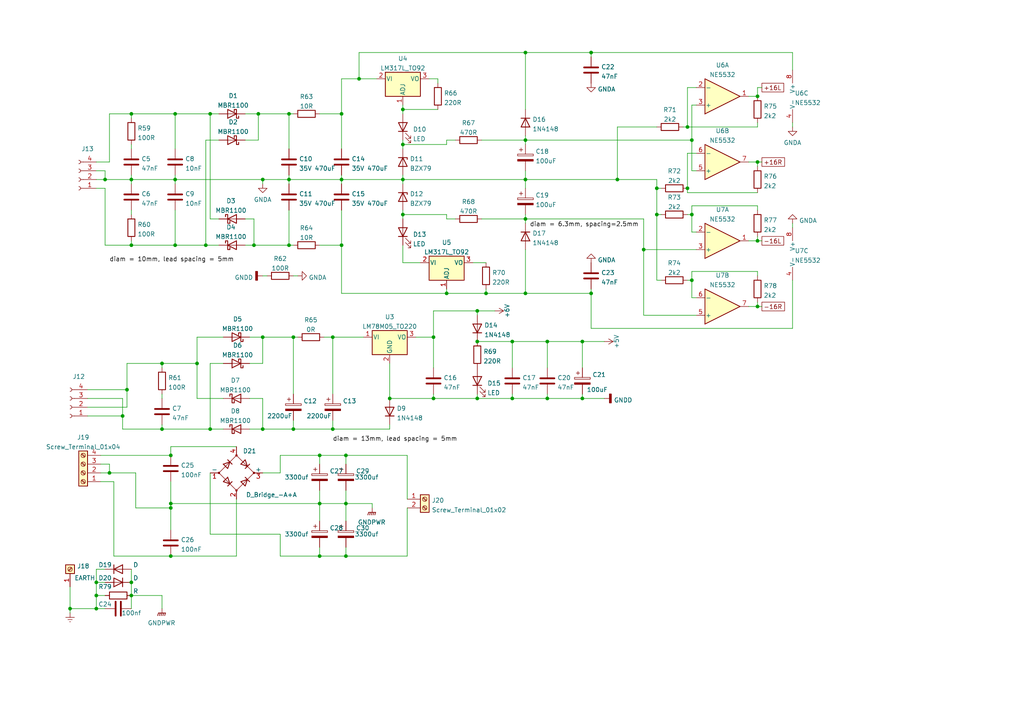
<source format=kicad_sch>
(kicad_sch (version 20211123) (generator eeschema)
  (paper "A4")
  (junction (at 85.09 97.79))
  (junction (at 190.5 54.61))
  (junction (at 27.94 172.72))
  (junction (at 100.33 132.08))
  (junction (at 76.2 97.79))
  (junction (at 38.1 172.72))
  (junction (at 125.73 115.57))
  (junction (at 83.82 71.12))
  (junction (at 50.8 33.02))
  (junction (at 35.56 120.65))
  (junction (at 168.91 115.57))
  (junction (at 38.1 71.12))
  (junction (at 60.96 33.02))
  (junction (at 200.66 40.64))
  (junction (at 138.43 90.17))
  (junction (at 20.32 176.53))
  (junction (at 125.73 97.79))
  (junction (at 152.4 40.64))
  (junction (at 219.71 88.9))
  (junction (at 148.59 115.57))
  (junction (at 99.06 33.02))
  (junction (at 92.71 161.29))
  (junction (at 158.75 115.57))
  (junction (at 100.33 161.29))
  (junction (at 116.84 62.23))
  (junction (at 60.96 124.46))
  (junction (at 152.4 63.5))
  (junction (at 76.2 52.07))
  (junction (at 59.69 71.12))
  (junction (at 27.94 168.91))
  (junction (at 140.97 85.09))
  (junction (at 85.09 124.46))
  (junction (at 200.66 81.28))
  (junction (at 49.53 132.08))
  (junction (at 27.94 176.53))
  (junction (at 171.45 85.09))
  (junction (at 76.2 124.46))
  (junction (at 46.99 105.41))
  (junction (at 129.54 85.09))
  (junction (at 49.53 147.32))
  (junction (at 179.07 52.07))
  (junction (at 49.53 161.29))
  (junction (at 199.39 36.83))
  (junction (at 92.71 132.08))
  (junction (at 96.52 97.79))
  (junction (at 138.43 99.06))
  (junction (at 74.93 33.02))
  (junction (at 31.75 137.16))
  (junction (at 50.8 71.12))
  (junction (at 152.4 15.24))
  (junction (at 200.66 62.23))
  (junction (at 116.84 52.07))
  (junction (at 138.43 115.57))
  (junction (at 73.66 71.12))
  (junction (at 113.03 115.57))
  (junction (at 100.33 146.05))
  (junction (at 38.1 52.07))
  (junction (at 57.15 105.41))
  (junction (at 36.83 113.03))
  (junction (at 171.45 15.24))
  (junction (at 168.91 99.06))
  (junction (at 83.82 33.02))
  (junction (at 199.39 54.61))
  (junction (at 219.71 69.85))
  (junction (at 46.99 124.46))
  (junction (at 83.82 52.07))
  (junction (at 99.06 71.12))
  (junction (at 104.14 22.86))
  (junction (at 152.4 85.09))
  (junction (at 152.4 52.07))
  (junction (at 219.71 27.94))
  (junction (at 99.06 52.07))
  (junction (at 38.1 33.02))
  (junction (at 190.5 62.23))
  (junction (at 38.1 168.91))
  (junction (at 96.52 124.46))
  (junction (at 116.84 31.75))
  (junction (at 30.48 52.07))
  (junction (at 92.71 146.05))
  (junction (at 186.69 72.39))
  (junction (at 50.8 52.07))
  (junction (at 158.75 99.06))
  (junction (at 49.53 146.05))
  (junction (at 148.59 99.06))
  (junction (at 116.84 41.91))
  (junction (at 219.71 46.99))
  (wire (pts (xy 36.83 118.11) (xy 36.83 113.03)))
  (wire (pts (xy 200.66 86.36) (xy 200.66 81.28)))
  (wire (pts (xy 129.54 85.09) (xy 129.54 83.82)))
  (wire (pts (xy 138.43 99.06) (xy 148.59 99.06)))
  (wire (pts (xy 81.28 154.94) (xy 81.28 161.29)))
  (wire (pts (xy 199.39 25.4) (xy 201.93 25.4)))
  (wire (pts (xy 46.99 124.46) (xy 60.96 124.46)))
  (wire (pts (xy 83.82 33.02) (xy 74.93 33.02)))
  (wire (pts (xy 200.66 49.53) (xy 201.93 49.53)))
  (wire (pts (xy 179.07 36.83) (xy 179.07 52.07)))
  (wire (pts (xy 25.4 115.57) (xy 35.56 115.57)))
  (wire (pts (xy 113.03 105.41) (xy 113.03 115.57)))
  (wire (pts (xy 186.69 72.39) (xy 186.69 63.5)))
  (wire (pts (xy 72.39 105.41) (xy 76.2 105.41)))
  (wire (pts (xy 100.33 158.75) (xy 100.33 161.29)))
  (wire (pts (xy 171.45 15.24) (xy 152.4 15.24)))
  (wire (pts (xy 219.71 80.01) (xy 219.71 78.74)))
  (wire (pts (xy 46.99 176.53) (xy 46.99 172.72)))
  (wire (pts (xy 138.43 90.17) (xy 143.51 90.17)))
  (wire (pts (xy 31.75 33.02) (xy 38.1 33.02)))
  (wire (pts (xy 60.96 63.5) (xy 60.96 33.02)))
  (wire (pts (xy 49.53 129.54) (xy 49.53 132.08)))
  (wire (pts (xy 190.5 62.23) (xy 190.5 54.61)))
  (wire (pts (xy 85.09 97.79) (xy 86.36 97.79)))
  (wire (pts (xy 148.59 114.3) (xy 148.59 115.57)))
  (wire (pts (xy 30.48 172.72) (xy 27.94 172.72)))
  (wire (pts (xy 92.71 161.29) (xy 81.28 161.29)))
  (wire (pts (xy 20.32 176.53) (xy 20.32 177.8)))
  (wire (pts (xy 138.43 114.3) (xy 138.43 115.57)))
  (wire (pts (xy 57.15 105.41) (xy 57.15 115.57)))
  (wire (pts (xy 129.54 40.64) (xy 129.54 41.91)))
  (wire (pts (xy 64.77 97.79) (xy 57.15 97.79)))
  (wire (pts (xy 217.17 88.9) (xy 219.71 88.9)))
  (wire (pts (xy 39.37 137.16) (xy 31.75 137.16)))
  (wire (pts (xy 92.71 158.75) (xy 92.71 161.29)))
  (wire (pts (xy 35.56 120.65) (xy 25.4 120.65)))
  (wire (pts (xy 201.93 91.44) (xy 186.69 91.44)))
  (wire (pts (xy 38.1 52.07) (xy 38.1 53.34)))
  (wire (pts (xy 76.2 115.57) (xy 76.2 124.46)))
  (wire (pts (xy 219.71 68.58) (xy 219.71 69.85)))
  (wire (pts (xy 116.84 52.07) (xy 152.4 52.07)))
  (wire (pts (xy 96.52 114.3) (xy 96.52 97.79)))
  (wire (pts (xy 229.87 15.24) (xy 171.45 15.24)))
  (wire (pts (xy 46.99 105.41) (xy 46.99 106.68)))
  (wire (pts (xy 99.06 22.86) (xy 99.06 33.02)))
  (wire (pts (xy 83.82 71.12) (xy 85.09 71.12)))
  (wire (pts (xy 199.39 44.45) (xy 199.39 54.61)))
  (wire (pts (xy 38.1 52.07) (xy 38.1 50.8)))
  (wire (pts (xy 152.4 85.09) (xy 152.4 72.39)))
  (wire (pts (xy 148.59 99.06) (xy 148.59 106.68)))
  (wire (pts (xy 25.4 113.03) (xy 36.83 113.03)))
  (wire (pts (xy 125.73 90.17) (xy 125.73 97.79)))
  (wire (pts (xy 39.37 147.32) (xy 39.37 137.16)))
  (wire (pts (xy 190.5 62.23) (xy 191.77 62.23)))
  (wire (pts (xy 118.11 144.78) (xy 118.11 132.08)))
  (wire (pts (xy 220.98 25.4) (xy 219.71 25.4)))
  (wire (pts (xy 63.5 63.5) (xy 60.96 63.5)))
  (wire (pts (xy 186.69 72.39) (xy 201.93 72.39)))
  (wire (pts (xy 200.66 78.74) (xy 200.66 81.28)))
  (wire (pts (xy 200.66 30.48) (xy 200.66 40.64)))
  (wire (pts (xy 129.54 85.09) (xy 99.06 85.09)))
  (wire (pts (xy 190.5 54.61) (xy 190.5 52.07)))
  (wire (pts (xy 158.75 115.57) (xy 168.91 115.57)))
  (wire (pts (xy 140.97 85.09) (xy 129.54 85.09)))
  (wire (pts (xy 38.1 60.96) (xy 38.1 62.23)))
  (wire (pts (xy 35.56 115.57) (xy 35.56 120.65)))
  (wire (pts (xy 83.82 71.12) (xy 73.66 71.12)))
  (wire (pts (xy 49.53 146.05) (xy 49.53 147.32)))
  (wire (pts (xy 92.71 146.05) (xy 92.71 151.13)))
  (wire (pts (xy 35.56 124.46) (xy 46.99 124.46)))
  (wire (pts (xy 229.87 35.56) (xy 229.87 36.83)))
  (wire (pts (xy 83.82 33.02) (xy 85.09 33.02)))
  (wire (pts (xy 74.93 40.64) (xy 74.93 33.02)))
  (wire (pts (xy 199.39 36.83) (xy 199.39 25.4)))
  (wire (pts (xy 30.48 176.53) (xy 27.94 176.53)))
  (wire (pts (xy 71.12 40.64) (xy 74.93 40.64)))
  (wire (pts (xy 76.2 80.01) (xy 77.47 80.01)))
  (wire (pts (xy 76.2 97.79) (xy 85.09 97.79)))
  (wire (pts (xy 68.58 129.54) (xy 49.53 129.54)))
  (wire (pts (xy 229.87 64.77) (xy 229.87 66.04)))
  (wire (pts (xy 100.33 161.29) (xy 92.71 161.29)))
  (wire (pts (xy 171.45 83.82) (xy 171.45 85.09)))
  (wire (pts (xy 116.84 60.96) (xy 116.84 62.23)))
  (wire (pts (xy 116.84 76.2) (xy 116.84 71.12)))
  (wire (pts (xy 71.12 71.12) (xy 73.66 71.12)))
  (wire (pts (xy 99.06 33.02) (xy 92.71 33.02)))
  (wire (pts (xy 125.73 106.68) (xy 125.73 97.79)))
  (wire (pts (xy 50.8 50.8) (xy 50.8 52.07)))
  (wire (pts (xy 190.5 36.83) (xy 179.07 36.83)))
  (wire (pts (xy 127 22.86) (xy 124.46 22.86)))
  (wire (pts (xy 139.7 40.64) (xy 152.4 40.64)))
  (wire (pts (xy 36.83 113.03) (xy 36.83 105.41)))
  (wire (pts (xy 171.45 85.09) (xy 152.4 85.09)))
  (wire (pts (xy 29.21 132.08) (xy 49.53 132.08)))
  (wire (pts (xy 125.73 115.57) (xy 138.43 115.57)))
  (wire (pts (xy 219.71 88.9) (xy 219.71 87.63)))
  (wire (pts (xy 219.71 88.9) (xy 220.98 88.9)))
  (wire (pts (xy 219.71 48.26) (xy 219.71 46.99)))
  (wire (pts (xy 49.53 146.05) (xy 92.71 146.05)))
  (wire (pts (xy 219.71 46.99) (xy 220.98 46.99)))
  (wire (pts (xy 99.06 43.18) (xy 99.06 33.02)))
  (wire (pts (xy 49.53 161.29) (xy 68.58 161.29)))
  (wire (pts (xy 100.33 146.05) (xy 107.95 146.05)))
  (wire (pts (xy 104.14 15.24) (xy 104.14 22.86)))
  (wire (pts (xy 31.75 46.99) (xy 31.75 33.02)))
  (wire (pts (xy 72.39 115.57) (xy 76.2 115.57)))
  (wire (pts (xy 219.71 69.85) (xy 217.17 69.85)))
  (wire (pts (xy 30.48 165.1) (xy 27.94 165.1)))
  (wire (pts (xy 121.92 76.2) (xy 116.84 76.2)))
  (wire (pts (xy 76.2 52.07) (xy 76.2 53.34)))
  (wire (pts (xy 85.09 124.46) (xy 96.52 124.46)))
  (wire (pts (xy 27.94 52.07) (xy 30.48 52.07)))
  (wire (pts (xy 29.21 137.16) (xy 31.75 137.16)))
  (wire (pts (xy 116.84 31.75) (xy 116.84 33.02)))
  (wire (pts (xy 171.45 95.25) (xy 171.45 85.09)))
  (wire (pts (xy 219.71 59.69) (xy 219.71 60.96)))
  (wire (pts (xy 201.93 86.36) (xy 200.66 86.36)))
  (wire (pts (xy 118.11 147.32) (xy 118.11 161.29)))
  (wire (pts (xy 27.94 49.53) (xy 30.48 49.53)))
  (wire (pts (xy 50.8 33.02) (xy 60.96 33.02)))
  (wire (pts (xy 25.4 118.11) (xy 36.83 118.11)))
  (wire (pts (xy 50.8 71.12) (xy 38.1 71.12)))
  (wire (pts (xy 116.84 30.48) (xy 116.84 31.75)))
  (wire (pts (xy 217.17 27.94) (xy 219.71 27.94)))
  (wire (pts (xy 116.84 31.75) (xy 127 31.75)))
  (wire (pts (xy 35.56 120.65) (xy 35.56 124.46)))
  (wire (pts (xy 33.02 161.29) (xy 49.53 161.29)))
  (wire (pts (xy 96.52 124.46) (xy 113.03 124.46)))
  (wire (pts (xy 168.91 99.06) (xy 175.26 99.06)))
  (wire (pts (xy 20.32 170.18) (xy 20.32 176.53)))
  (wire (pts (xy 190.5 52.07) (xy 179.07 52.07)))
  (wire (pts (xy 81.28 137.16) (xy 81.28 132.08)))
  (wire (pts (xy 168.91 115.57) (xy 168.91 114.3)))
  (wire (pts (xy 49.53 147.32) (xy 49.53 153.67)))
  (wire (pts (xy 36.83 105.41) (xy 46.99 105.41)))
  (wire (pts (xy 96.52 97.79) (xy 105.41 97.79)))
  (wire (pts (xy 152.4 15.24) (xy 104.14 15.24)))
  (wire (pts (xy 60.96 154.94) (xy 81.28 154.94)))
  (wire (pts (xy 63.5 40.64) (xy 59.69 40.64)))
  (wire (pts (xy 168.91 99.06) (xy 168.91 106.68)))
  (wire (pts (xy 99.06 85.09) (xy 99.06 71.12)))
  (wire (pts (xy 148.59 99.06) (xy 158.75 99.06)))
  (wire (pts (xy 118.11 132.08) (xy 100.33 132.08)))
  (wire (pts (xy 83.82 60.96) (xy 83.82 71.12)))
  (wire (pts (xy 46.99 105.41) (xy 57.15 105.41)))
  (wire (pts (xy 201.93 67.31) (xy 200.66 67.31)))
  (wire (pts (xy 60.96 33.02) (xy 63.5 33.02)))
  (wire (pts (xy 68.58 144.78) (xy 68.58 161.29)))
  (wire (pts (xy 229.87 20.32) (xy 229.87 15.24)))
  (wire (pts (xy 168.91 115.57) (xy 175.26 115.57)))
  (wire (pts (xy 152.4 39.37) (xy 152.4 40.64)))
  (wire (pts (xy 92.71 134.62) (xy 92.71 132.08)))
  (wire (pts (xy 50.8 71.12) (xy 59.69 71.12)))
  (wire (pts (xy 152.4 62.23) (xy 152.4 63.5)))
  (wire (pts (xy 186.69 91.44) (xy 186.69 72.39)))
  (wire (pts (xy 116.84 52.07) (xy 99.06 52.07)))
  (wire (pts (xy 46.99 172.72) (xy 38.1 172.72)))
  (wire (pts (xy 60.96 124.46) (xy 64.77 124.46)))
  (wire (pts (xy 57.15 97.79) (xy 57.15 105.41)))
  (wire (pts (xy 100.33 132.08) (xy 100.33 134.62)))
  (wire (pts (xy 73.66 63.5) (xy 71.12 63.5)))
  (wire (pts (xy 125.73 115.57) (xy 113.03 115.57)))
  (wire (pts (xy 38.1 52.07) (xy 50.8 52.07)))
  (wire (pts (xy 140.97 85.09) (xy 152.4 85.09)))
  (wire (pts (xy 100.33 146.05) (xy 100.33 142.24)))
  (wire (pts (xy 190.5 81.28) (xy 190.5 62.23)))
  (wire (pts (xy 199.39 55.88) (xy 199.39 54.61)))
  (wire (pts (xy 118.11 161.29) (xy 100.33 161.29)))
  (wire (pts (xy 50.8 52.07) (xy 50.8 53.34)))
  (wire (pts (xy 152.4 52.07) (xy 152.4 54.61)))
  (wire (pts (xy 152.4 49.53) (xy 152.4 52.07)))
  (wire (pts (xy 46.99 123.19) (xy 46.99 124.46)))
  (wire (pts (xy 219.71 55.88) (xy 199.39 55.88)))
  (wire (pts (xy 219.71 35.56) (xy 219.71 36.83)))
  (wire (pts (xy 200.66 67.31) (xy 200.66 62.23)))
  (wire (pts (xy 59.69 40.64) (xy 59.69 71.12)))
  (wire (pts (xy 76.2 105.41) (xy 76.2 97.79)))
  (wire (pts (xy 49.53 139.7) (xy 49.53 146.05)))
  (wire (pts (xy 30.48 52.07) (xy 38.1 52.07)))
  (wire (pts (xy 158.75 99.06) (xy 168.91 99.06)))
  (wire (pts (xy 72.39 124.46) (xy 76.2 124.46)))
  (wire (pts (xy 186.69 63.5) (xy 152.4 63.5)))
  (wire (pts (xy 50.8 43.18) (xy 50.8 33.02)))
  (wire (pts (xy 200.66 59.69) (xy 219.71 59.69)))
  (wire (pts (xy 158.75 115.57) (xy 158.75 114.3)))
  (wire (pts (xy 129.54 63.5) (xy 129.54 62.23)))
  (wire (pts (xy 116.84 62.23) (xy 116.84 63.5)))
  (wire (pts (xy 30.48 168.91) (xy 27.94 168.91)))
  (wire (pts (xy 92.71 132.08) (xy 100.33 132.08)))
  (wire (pts (xy 85.09 121.92) (xy 85.09 124.46)))
  (wire (pts (xy 85.09 80.01) (xy 86.36 80.01)))
  (wire (pts (xy 27.94 165.1) (xy 27.94 168.91)))
  (wire (pts (xy 92.71 71.12) (xy 99.06 71.12)))
  (wire (pts (xy 50.8 60.96) (xy 50.8 71.12)))
  (wire (pts (xy 219.71 69.85) (xy 220.98 69.85)))
  (wire (pts (xy 125.73 114.3) (xy 125.73 115.57)))
  (wire (pts (xy 229.87 95.25) (xy 171.45 95.25)))
  (wire (pts (xy 74.93 33.02) (xy 71.12 33.02)))
  (wire (pts (xy 92.71 146.05) (xy 100.33 146.05)))
  (wire (pts (xy 198.12 36.83) (xy 199.39 36.83)))
  (wire (pts (xy 116.84 40.64) (xy 116.84 41.91)))
  (wire (pts (xy 127 24.13) (xy 127 22.86)))
  (wire (pts (xy 200.66 62.23) (xy 200.66 59.69)))
  (wire (pts (xy 60.96 137.16) (xy 60.96 154.94)))
  (wire (pts (xy 171.45 16.51) (xy 171.45 15.24)))
  (wire (pts (xy 116.84 52.07) (xy 116.84 53.34)))
  (wire (pts (xy 99.06 71.12) (xy 99.06 60.96)))
  (wire (pts (xy 30.48 54.61) (xy 30.48 71.12)))
  (wire (pts (xy 107.95 146.05) (xy 107.95 147.32)))
  (wire (pts (xy 199.39 62.23) (xy 200.66 62.23)))
  (wire (pts (xy 140.97 83.82) (xy 140.97 85.09)))
  (wire (pts (xy 38.1 33.02) (xy 38.1 34.29)))
  (wire (pts (xy 83.82 52.07) (xy 83.82 53.34)))
  (wire (pts (xy 100.33 146.05) (xy 100.33 151.13)))
  (wire (pts (xy 200.66 81.28) (xy 199.39 81.28)))
  (wire (pts (xy 64.77 105.41) (xy 60.96 105.41)))
  (wire (pts (xy 199.39 36.83) (xy 219.71 36.83)))
  (wire (pts (xy 200.66 40.64) (xy 200.66 49.53)))
  (wire (pts (xy 59.69 71.12) (xy 63.5 71.12)))
  (wire (pts (xy 27.94 172.72) (xy 27.94 176.53)))
  (wire (pts (xy 138.43 91.44) (xy 138.43 90.17)))
  (wire (pts (xy 152.4 31.75) (xy 152.4 15.24)))
  (wire (pts (xy 85.09 97.79) (xy 85.09 114.3)))
  (wire (pts (xy 92.71 142.24) (xy 92.71 146.05)))
  (wire (pts (xy 60.96 105.41) (xy 60.96 124.46)))
  (wire (pts (xy 104.14 22.86) (xy 99.06 22.86)))
  (wire (pts (xy 38.1 41.91) (xy 38.1 43.18)))
  (wire (pts (xy 229.87 81.28) (xy 229.87 95.25)))
  (wire (pts (xy 129.54 62.23) (xy 116.84 62.23)))
  (wire (pts (xy 138.43 115.57) (xy 148.59 115.57)))
  (wire (pts (xy 64.77 115.57) (xy 57.15 115.57)))
  (wire (pts (xy 76.2 97.79) (xy 72.39 97.79)))
  (wire (pts (xy 30.48 71.12) (xy 38.1 71.12)))
  (wire (pts (xy 83.82 52.07) (xy 99.06 52.07)))
  (wire (pts (xy 99.06 50.8) (xy 99.06 52.07)))
  (wire (pts (xy 83.82 43.18) (xy 83.82 33.02)))
  (wire (pts (xy 132.08 63.5) (xy 129.54 63.5)))
  (wire (pts (xy 219.71 78.74) (xy 200.66 78.74)))
  (wire (pts (xy 29.21 134.62) (xy 31.75 134.62)))
  (wire (pts (xy 50.8 52.07) (xy 76.2 52.07)))
  (wire (pts (xy 76.2 137.16) (xy 81.28 137.16)))
  (wire (pts (xy 33.02 139.7) (xy 29.21 139.7)))
  (wire (pts (xy 38.1 165.1) (xy 38.1 168.91)))
  (wire (pts (xy 96.52 121.92) (xy 96.52 124.46)))
  (wire (pts (xy 217.17 46.99) (xy 219.71 46.99)))
  (wire (pts (xy 27.94 176.53) (xy 20.32 176.53)))
  (wire (pts (xy 152.4 40.64) (xy 152.4 41.91)))
  (wire (pts (xy 38.1 168.91) (xy 38.1 172.72)))
  (wire (pts (xy 137.16 76.2) (xy 140.97 76.2)))
  (wire (pts (xy 46.99 114.3) (xy 46.99 115.57)))
  (wire (pts (xy 33.02 161.29) (xy 33.02 139.7)))
  (wire (pts (xy 139.7 63.5) (xy 152.4 63.5)))
  (wire (pts (xy 109.22 22.86) (xy 104.14 22.86)))
  (wire (pts (xy 50.8 33.02) (xy 38.1 33.02)))
  (wire (pts (xy 76.2 52.07) (xy 83.82 52.07)))
  (wire (pts (xy 148.59 115.57) (xy 158.75 115.57)))
  (wire (pts (xy 38.1 71.12) (xy 38.1 69.85)))
  (wire (pts (xy 125.73 97.79) (xy 120.65 97.79)))
  (wire (pts (xy 190.5 54.61) (xy 191.77 54.61)))
  (wire (pts (xy 99.06 52.07) (xy 99.06 53.34)))
  (wire (pts (xy 92.71 132.08) (xy 81.28 132.08)))
  (wire (pts (xy 96.52 97.79) (xy 93.98 97.79)))
  (wire (pts (xy 49.53 147.32) (xy 39.37 147.32)))
  (wire (pts (xy 31.75 134.62) (xy 31.75 137.16)))
  (wire (pts (xy 83.82 50.8) (xy 83.82 52.07)))
  (wire (pts (xy 27.94 54.61) (xy 30.48 54.61)))
  (wire (pts (xy 132.08 40.64) (xy 129.54 40.64)))
  (wire (pts (xy 73.66 71.12) (xy 73.66 63.5)))
  (wire (pts (xy 191.77 81.28) (xy 190.5 81.28)))
  (wire (pts (xy 76.2 124.46) (xy 85.09 124.46)))
  (wire (pts (xy 113.03 124.46) (xy 113.03 123.19)))
  (wire (pts (xy 116.84 50.8) (xy 116.84 52.07)))
  (wire (pts (xy 38.1 172.72) (xy 38.1 176.53)))
  (wire (pts (xy 201.93 30.48) (xy 200.66 30.48)))
  (wire (pts (xy 179.07 52.07) (xy 152.4 52.07)))
  (wire (pts (xy 129.54 41.91) (xy 116.84 41.91)))
  (wire (pts (xy 30.48 49.53) (xy 30.48 52.07)))
  (wire (pts (xy 201.93 44.45) (xy 199.39 44.45)))
  (wire (pts (xy 27.94 168.91) (xy 27.94 172.72)))
  (wire (pts (xy 116.84 41.91) (xy 116.84 43.18)))
  (wire (pts (xy 138.43 90.17) (xy 125.73 90.17)))
  (wire (pts (xy 152.4 63.5) (xy 152.4 64.77)))
  (wire (pts (xy 219.71 25.4) (xy 219.71 27.94)))
  (wire (pts (xy 158.75 99.06) (xy 158.75 106.68)))
  (wire (pts (xy 152.4 40.64) (xy 200.66 40.64)))
  (wire (pts (xy 27.94 46.99) (xy 31.75 46.99)))
  (label "diam = 6.3mm, spacing=2.5mm" (at 153.67 66.04 0))
  (label "diam = 13mm, lead spacing = 5mm" (at 96.52 128.27 0))
  (label "diam = 10mm, lead spacing = 5mm" (at 31.75 76.2 0))
  (global_label "-16L" (shape passive) (at 220.98 69.85 0) (property "Intersheet References" "${INTERSHEET_REFS}" (effects hide)))
  (global_label "-16R" (shape passive) (at 220.98 88.9 0) (property "Intersheet References" "${INTERSHEET_REFS}" (effects hide)))
  (global_label "+16R" (shape passive) (at 220.98 46.99 0) (property "Intersheet References" "${INTERSHEET_REFS}" (effects hide)))
  (global_label "+16L" (shape passive) (at 220.98 25.4 0) (property "Intersheet References" "${INTERSHEET_REFS}" (effects hide)))
  (symbol (lib_id "Amplifier_Operational:NE5532") (at 209.55 46.99 0) (mirror x) (unit 2)
    (property "Reference" "U6" (at 209.55 37.9435 0))
    (property "Value" "NE5532" (at 209.55 40.7186 0))
    (property "Footprint" "Package_DIP:DIP-8_W7.62mm_Socket" (effects hide))
    (property "Datasheet" "http://www.ti.com/lit/ds/symlink/ne5532.pdf" (effects hide))
    (property "Farnell part number" "	3117310" (effects hide))
  )
  (symbol (lib_id "Diode:1N4148") (at 152.4 68.58 270) (unit 1)
    (property "Reference" "D17" (at 154.432 67.6715 90) (effects (justify left)))
    (property "Value" "1N4148" (at 154.432 70.4466 90) (effects (justify left)))
    (property "Footprint" "Diode_THT:D_DO-35_SOD27_P7.62mm_Horizontal" (effects hide))
    (property "Datasheet" "https://assets.nexperia.com/documents/data-sheet/1N4148_1N4448.pdf" (effects hide))
    (property "Farnell part number" "	1651145" (effects hide))
  )
  (symbol (lib_id "Device:R") (at 135.89 40.64 90) (unit 1)
    (property "Reference" "R67" (at 135.89 35.6575 90))
    (property "Value" "470R" (at 135.89 38.4326 90))
    (property "Footprint" "Resistor_SMD:R_MELF_MMB-0207" (effects hide))
    (property "Farnell part number" "	3086800" (effects hide))
  )
  (symbol (lib_id "Diode:MBR0580") (at 67.31 63.5 0) (unit 1)
    (property "Reference" "D3" (at 66.9925 58.2635 0))
    (property "Value" "MBR1100" (at 66.9925 61.0386 0))
    (property "Footprint" "Diode_THT:D_DO-41_SOD81_P10.16mm_Horizontal" (effects hide))
    (property "Datasheet" "http://www.mccsemi.com/up_pdf/MBR0520~MBR0580(SOD123).pdf" (effects hide))
    (property "Farnell part number" "	1861419" (effects hide))
  )
  (symbol (lib_id "Diode:1N4148") (at 138.43 95.25 90) (unit 1)
    (property "Reference" "D14" (at 140.462 94.3415 90) (effects (justify right)))
    (property "Value" "1N4148" (at 140.462 97.1166 90) (effects (justify right)))
    (property "Footprint" "Diode_THT:D_DO-35_SOD27_P7.62mm_Horizontal" (effects hide))
    (property "Datasheet" "https://assets.nexperia.com/documents/data-sheet/1N4148_1N4448.pdf" (effects hide))
    (property "Farnell part number" "	1651145" (effects hide))
  )
  (symbol (lib_id "Connector:Conn_01x04_Female") (at 20.32 118.11 180) (unit 1)
    (property "Reference" "J12" (at 22.86 109.22 0))
    (property "Value" "2x9v 7va" (effects hide))
    (property "Footprint" "Connector_PinHeader_2.54mm:PinHeader_1x04_P2.54mm_Vertical" (effects hide))
  )
  (symbol (lib_id "Regulator_Linear:LM78M05_TO220") (at 113.03 97.79 0) (unit 1)
    (property "Reference" "U3" (at 113.03 91.9185 0))
    (property "Value" "LM78M05_TO220" (at 113.03 94.6936 0))
    (property "Footprint" "Package_TO_SOT_THT:TO-220-3_Horizontal_TabUp" (effects hide))
    (property "Datasheet" "https://www.onsemi.com/pub/Collateral/MC78M00-D.PDF" (effects hide))
    (property "Farnell part number" "	9666095" (effects hide))
  )
  (symbol (lib_id "Diode:MBR0580") (at 68.58 124.46 0) (unit 1)
    (property "Reference" "D8" (at 68.2625 119.2235 0))
    (property "Value" "MBR1100" (at 68.2625 121.9986 0))
    (property "Footprint" "Diode_THT:D_DO-41_SOD81_P10.16mm_Horizontal" (effects hide))
    (property "Datasheet" "http://www.mccsemi.com/up_pdf/MBR0520~MBR0580(SOD123).pdf" (effects hide))
    (property "Farnell part number" "	1861419" (effects hide))
  )
  (symbol (lib_id "Device:C") (at 83.82 57.15 0) (unit 1)
    (property "Reference" "C11" (at 86.741 56.2415 0) (effects (justify left)))
    (property "Value" "35V 470uF" (at 86.741 59.0166 0) (effects (justify left)))
    (property "Footprint" "Capacitor_THT:CP_Radial_D10.0mm_P5.00mm" (effects hide))
    (property "Farnell part number" "cpc" (effects hide))
    (property "cpc part num" "	CA07424" (effects hide))
  )
  (symbol (lib_id "power:+6V") (at 143.51 90.17 270) (unit 1)
    (property "Reference" "#PWR048" (effects hide))
    (property "Value" "+6V" (at 147.066 90.17 0))
  )
  (symbol (lib_id "Device:C") (at 171.45 80.01 0) (unit 1)
    (property "Reference" "C23" (at 174.371 79.1015 0) (effects (justify left)))
    (property "Value" "47nF" (at 174.371 81.8766 0) (effects (justify left)))
    (property "Footprint" "Capacitor_THT:C_Disc_D3.8mm_W2.6mm_P2.50mm" (effects hide))
    (property "Farnell part number" "	1216437" (effects hide))
  )
  (symbol (lib_id "Amplifier_Operational:NE5532") (at 209.55 69.85 0) (mirror x) (unit 1)
    (property "Reference" "U7" (at 209.55 60.8035 0))
    (property "Value" "NE5532" (at 209.55 63.5786 0))
    (property "Footprint" "Package_DIP:DIP-8_W7.62mm_Socket" (effects hide))
    (property "Datasheet" "http://www.ti.com/lit/ds/symlink/ne5532.pdf" (effects hide))
    (property "Farnell part number" "	3117310" (effects hide))
  )
  (symbol (lib_id "power:GNDA") (at 171.45 76.2 180) (unit 1)
    (property "Reference" "#PWR050" (effects hide))
    (property "Value" "GNDA" (at 173.355 75.409 0) (effects (justify right)))
  )
  (symbol (lib_id "Device:R") (at 88.9 33.02 90) (unit 1)
    (property "Reference" "R63" (at 88.9 28.0375 90))
    (property "Value" "10R" (at 88.9 30.8126 90))
    (property "Footprint" "Resistor_SMD:R_MELF_MMB-0207" (effects hide))
    (property "Farnell part number" "	3086604" (effects hide))
  )
  (symbol (lib_id "Device:C") (at 99.06 57.15 0) (unit 1)
    (property "Reference" "C15" (at 101.981 56.2415 0) (effects (justify left)))
    (property "Value" "35V 470uF" (at 101.981 59.0166 0) (effects (justify left)))
    (property "Footprint" "Capacitor_THT:CP_Radial_D10.0mm_P5.00mm" (effects hide))
    (property "Farnell part number" "cpc" (effects hide))
    (property "cpc part num" "	CA07424" (effects hide))
  )
  (symbol (lib_id "Device:R") (at 138.43 102.87 0) (unit 1)
    (property "Reference" "R69" (at 140.208 101.9615 0) (effects (justify left)))
    (property "Value" "220R" (at 140.208 104.7366 0) (effects (justify left)))
    (property "Footprint" "Resistor_SMD:R_MELF_MMB-0207" (effects hide))
    (property "Farnell part number" "	3086768" (effects hide))
  )
  (symbol (lib_id "Connector:Screw_Terminal_01x04") (at 24.13 137.16 180) (unit 1)
    (property "Reference" "J19" (at 24.13 126.8435 0))
    (property "Value" "Screw_Terminal_01x04" (at 24.13 129.6186 0))
    (property "Footprint" "Connector_JST:JST_NV_B04P-NV_1x04_P5.00mm_Vertical" (effects hide))
    (property "Farnell part number" "CN19747" (effects hide))
  )
  (symbol (lib_id "Device:C_Polarized") (at 100.33 154.94 0) (unit 1)
    (property "Reference" "C30" (at 103.251 153.1425 0) (effects (justify left)))
    (property "Value" "3300uf" (at 102.87 154.94 0) (effects (justify left)))
    (property "Footprint" "Capacitor_THT:CP_Radial_D18.0mm_P7.50mm" (effects hide))
    (property "Farnell part number" "n.a" (effects hide))
  )
  (symbol (lib_id "power:GNDPWR") (at 107.95 147.32 0) (unit 1)
    (property "Reference" "#PWR071" (effects hide))
    (property "Value" "GNDPWR" (at 107.823 151.4761 0))
  )
  (symbol (lib_id "Diode:1N4148") (at 152.4 35.56 270) (unit 1)
    (property "Reference" "D16" (at 154.432 34.6515 90) (effects (justify left)))
    (property "Value" "1N4148" (at 154.432 37.4266 90) (effects (justify left)))
    (property "Footprint" "Diode_THT:D_DO-35_SOD27_P7.62mm_Horizontal" (effects hide))
    (property "Datasheet" "https://assets.nexperia.com/documents/data-sheet/1N4148_1N4448.pdf" (effects hide))
    (property "Farnell part number" "	1651145" (effects hide))
  )
  (symbol (lib_id "Regulator_Linear:LM317L_TO92") (at 129.54 76.2 0) (unit 1)
    (property "Reference" "U5" (at 129.54 70.3285 0))
    (property "Value" "LM317L_TO92" (at 129.54 73.1036 0))
    (property "Footprint" "Package_TO_SOT_THT:TO-92_Inline" (effects hide))
    (property "Datasheet" "http://www.ti.com/lit/ds/snvs775k/snvs775k.pdf" (effects hide))
    (property "Farnell part number" "	3130111" (effects hide))
  )
  (symbol (lib_id "Device:C") (at 49.53 157.48 0) (unit 1)
    (property "Reference" "C26" (at 52.451 156.5715 0) (effects (justify left)))
    (property "Value" "100nF" (at 52.451 159.3466 0) (effects (justify left)))
    (property "Footprint" "Capacitor_THT:C_Disc_D3.8mm_W2.6mm_P2.50mm" (effects hide))
    (property "Farnell part number" "n.a" (effects hide))
  )
  (symbol (lib_id "Amplifier_Operational:NE5532") (at 232.41 27.94 0) (unit 3)
    (property "Reference" "U6" (at 230.505 27.0315 0) (effects (justify left)))
    (property "Value" "NE5532" (at 230.505 29.8066 0) (effects (justify left)))
    (property "Footprint" "Package_DIP:DIP-8_W7.62mm_Socket" (effects hide))
    (property "Datasheet" "http://www.ti.com/lit/ds/symlink/ne5532.pdf" (effects hide))
    (property "Farnell part number" "	3117310" (effects hide))
  )
  (symbol (lib_id "Diode:1N4148") (at 113.03 119.38 90) (unit 1)
    (property "Reference" "D9" (at 115.062 118.4715 90) (effects (justify right)))
    (property "Value" "1N4148" (at 115.062 121.2466 90) (effects (justify right)))
    (property "Footprint" "Diode_THT:D_DO-35_SOD27_P7.62mm_Horizontal" (effects hide))
    (property "Datasheet" "https://assets.nexperia.com/documents/data-sheet/1N4148_1N4448.pdf" (effects hide))
    (property "Farnell part number" "	1651145" (effects hide))
  )
  (symbol (lib_id "power:GNDA") (at 76.2 53.34 0) (unit 1)
    (property "Reference" "#PWR045" (effects hide))
    (property "Value" "GNDA" (at 76.2 57.9025 0))
  )
  (symbol (lib_id "Device:R") (at 34.29 172.72 90) (unit 1)
    (property "Reference" "R79" (at 30.48 170.18 90))
    (property "Value" "R" (at 39.37 171.45 90))
    (property "Footprint" "Resistor_THT:R_Axial_DIN0918_L18.0mm_D9.0mm_P25.40mm_Horizontal" (effects hide))
    (property "Farnell part number" "1735131" (effects hide))
  )
  (symbol (lib_id "Device:R") (at 90.17 97.79 90) (unit 1)
    (property "Reference" "R65" (at 90.17 92.8075 90))
    (property "Value" "0R" (at 90.17 95.5826 90))
    (property "Footprint" "Resistor_SMD:R_MELF_MMB-0207" (effects hide))
    (property "Farnell part number" "	3086471" (effects hide))
  )
  (symbol (lib_id "Device:C_Polarized") (at 96.52 118.11 0) (unit 1)
    (property "Reference" "C13" (at 99.441 116.3125 0) (effects (justify left)))
    (property "Value" "2200uF" (at 88.9 120.65 0) (effects (justify left)))
    (property "Footprint" "Capacitor_THT:CP_Radial_D13.0mm_P5.00mm" (effects hide))
    (property "Farnell part number" "	1219464" (effects hide))
  )
  (symbol (lib_id "Device:C_Polarized") (at 92.71 138.43 0) (unit 1)
    (property "Reference" "C27" (at 95.631 136.6325 0) (effects (justify left)))
    (property "Value" "3300uf" (at 82.55 138.43 0) (effects (justify left)))
    (property "Footprint" "Capacitor_THT:CP_Radial_D18.0mm_P7.50mm" (effects hide))
    (property "Farnell part number" "n.a" (effects hide))
  )
  (symbol (lib_id "Device:C") (at 46.99 119.38 0) (unit 1)
    (property "Reference" "C7" (at 49.911 118.4715 0) (effects (justify left)))
    (property "Value" "47nF" (at 49.911 121.2466 0) (effects (justify left)))
    (property "Footprint" "Capacitor_THT:C_Disc_D3.8mm_W2.6mm_P2.50mm" (effects hide))
    (property "Farnell part number" "	1216437" (effects hide))
  )
  (symbol (lib_id "Device:C") (at 34.29 176.53 90) (unit 1)
    (property "Reference" "C24" (at 30.48 175.26 90))
    (property "Value" "100nf" (at 38.1 177.8 90))
    (property "Footprint" "Capacitor_THT:C_Disc_D16.0mm_W5.0mm_P10.00mm" (effects hide))
    (property "Farnell part number" "3289419" (effects hide))
  )
  (symbol (lib_id "Device:R") (at 135.89 63.5 90) (unit 1)
    (property "Reference" "R68" (at 135.89 58.5175 90))
    (property "Value" "470R" (at 135.89 61.2926 90))
    (property "Footprint" "Resistor_SMD:R_MELF_MMB-0207" (effects hide))
    (property "Farnell part number" "	3086800" (effects hide))
  )
  (symbol (lib_id "Amplifier_Operational:NE5532") (at 209.55 88.9 0) (mirror x) (unit 2)
    (property "Reference" "U7" (at 209.55 79.8535 0))
    (property "Value" "NE5532" (at 209.55 82.6286 0))
    (property "Footprint" "Package_DIP:DIP-8_W7.62mm_Socket" (effects hide))
    (property "Datasheet" "http://www.ti.com/lit/ds/symlink/ne5532.pdf" (effects hide))
    (property "Farnell part number" "	3117310" (effects hide))
  )
  (symbol (lib_id "Device:R") (at 81.28 80.01 90) (unit 1)
    (property "Reference" "R62" (at 81.28 75.0275 90))
    (property "Value" "100R" (at 81.28 77.8026 90))
    (property "Footprint" "Resistor_SMD:R_MELF_MMB-0207" (effects hide))
    (property "Farnell part number" "	3086720" (effects hide))
  )
  (symbol (lib_id "Device:C") (at 50.8 57.15 0) (unit 1)
    (property "Reference" "C9" (at 53.721 56.2415 0) (effects (justify left)))
    (property "Value" "10nF" (at 53.721 59.0166 0) (effects (justify left)))
    (property "Footprint" "Capacitor_THT:C_Disc_D3.8mm_W2.6mm_P2.50mm" (effects hide))
    (property "Farnell part number" "	1100380" (effects hide))
  )
  (symbol (lib_id "power:GNDA") (at 171.45 24.13 0) (unit 1)
    (property "Reference" "#PWR049" (effects hide))
    (property "Value" "GNDA" (at 173.355 25.879 0) (effects (justify left)))
  )
  (symbol (lib_id "Diode:MBR0580") (at 67.31 40.64 180) (unit 1)
    (property "Reference" "D2" (at 67.6275 35.4035 0))
    (property "Value" "MBR1100" (at 67.6275 38.1786 0))
    (property "Footprint" "Diode_THT:D_DO-41_SOD81_P10.16mm_Horizontal" (effects hide))
    (property "Datasheet" "http://www.mccsemi.com/up_pdf/MBR0520~MBR0580(SOD123).pdf" (effects hide))
    (property "Farnell part number" "	1861419" (effects hide))
  )
  (symbol (lib_id "Device:R") (at 195.58 81.28 90) (unit 1)
    (property "Reference" "R74" (at 195.58 76.2975 90))
    (property "Value" "2k2" (at 195.58 79.0726 90))
    (property "Footprint" "Resistor_SMD:R_MELF_MMB-0207" (effects hide))
    (property "Farnell part number" "	3086884" (effects hide))
  )
  (symbol (lib_id "Device:C") (at 38.1 57.15 0) (unit 1)
    (property "Reference" "C6" (at 41.021 56.2415 0) (effects (justify left)))
    (property "Value" "47nF" (at 41.021 59.0166 0) (effects (justify left)))
    (property "Footprint" "Capacitor_THT:C_Disc_D3.8mm_W2.6mm_P2.50mm" (effects hide))
    (property "Farnell part number" "	1216437" (effects hide))
  )
  (symbol (lib_id "Device:R") (at 195.58 54.61 90) (unit 1)
    (property "Reference" "R72" (at 195.58 49.6275 90))
    (property "Value" "2k2" (at 195.58 52.4026 90))
    (property "Footprint" "Resistor_SMD:R_MELF_MMB-0207" (effects hide))
    (property "Farnell part number" "	3086884" (effects hide))
  )
  (symbol (lib_id "Diode:MBR0580") (at 68.58 115.57 0) (unit 1)
    (property "Reference" "D7" (at 68.2625 110.3335 0))
    (property "Value" "MBR1100" (at 68.2625 113.1086 0))
    (property "Footprint" "Diode_THT:D_DO-41_SOD81_P10.16mm_Horizontal" (effects hide))
    (property "Datasheet" "http://www.mccsemi.com/up_pdf/MBR0520~MBR0580(SOD123).pdf" (effects hide))
    (property "Farnell part number" "	1861419" (effects hide))
  )
  (symbol (lib_id "Amplifier_Operational:NE5532") (at 209.55 27.94 0) (mirror x) (unit 1)
    (property "Reference" "U6" (at 209.55 18.8935 0))
    (property "Value" "NE5532" (at 209.55 21.6686 0))
    (property "Footprint" "Package_DIP:DIP-8_W7.62mm_Socket" (effects hide))
    (property "Datasheet" "http://www.ti.com/lit/ds/symlink/ne5532.pdf" (effects hide))
    (property "Farnell part number" "	3117310" (effects hide))
  )
  (symbol (lib_id "Device:C") (at 49.53 135.89 0) (unit 1)
    (property "Reference" "C25" (at 52.451 134.9815 0) (effects (justify left)))
    (property "Value" "100nF" (at 52.451 137.7566 0) (effects (justify left)))
    (property "Footprint" "Capacitor_THT:C_Disc_D3.8mm_W2.6mm_P2.50mm" (effects hide))
    (property "Farnell part number" "n.a" (effects hide))
  )
  (symbol (lib_id "Device:R") (at 140.97 80.01 0) (unit 1)
    (property "Reference" "R70" (at 142.748 79.1015 0) (effects (justify left)))
    (property "Value" "220R" (at 142.748 81.8766 0) (effects (justify left)))
    (property "Footprint" "Resistor_SMD:R_MELF_MMB-0207" (effects hide))
    (property "Farnell part number" "	3086768" (effects hide))
  )
  (symbol (lib_id "power:GNDD") (at 175.26 115.57 90) (unit 1)
    (property "Reference" "#PWR052" (effects hide))
    (property "Value" "GNDD" (at 178.054 116.049 90) (effects (justify right)))
  )
  (symbol (lib_id "Device:R") (at 219.71 31.75 180) (unit 1)
    (property "Reference" "R75" (at 221.488 30.8415 0) (effects (justify right)))
    (property "Value" "2k2" (at 221.488 33.6166 0) (effects (justify right)))
    (property "Footprint" "Resistor_SMD:R_MELF_MMB-0207" (effects hide))
    (property "Farnell part number" "	3086884" (effects hide))
  )
  (symbol (lib_id "power:GNDD") (at 76.2 80.01 270) (unit 1)
    (property "Reference" "#PWR046" (effects hide))
    (property "Value" "GNDD" (at 73.4061 80.489 90) (effects (justify right)))
  )
  (symbol (lib_id "Connector:Conn_01x04_Female") (at 22.86 52.07 180) (unit 1)
    (property "Reference" "J13" (at 25.4 43.18 0))
    (property "Value" "2x15v 4va" (effects hide))
    (property "Footprint" "Connector_PinHeader_2.54mm:PinHeader_1x04_P2.54mm_Vertical" (effects hide))
  )
  (symbol (lib_id "Device:C") (at 171.45 20.32 0) (unit 1)
    (property "Reference" "C22" (at 174.371 19.4115 0) (effects (justify left)))
    (property "Value" "47nF" (at 174.371 22.1866 0) (effects (justify left)))
    (property "Footprint" "Capacitor_THT:C_Disc_D3.8mm_W2.6mm_P2.50mm" (effects hide))
    (property "Farnell part number" "	1216437" (effects hide))
  )
  (symbol (lib_id "Device:C") (at 83.82 46.99 0) (unit 1)
    (property "Reference" "C10" (at 86.741 46.0815 0) (effects (justify left)))
    (property "Value" "35V 470uF" (at 86.741 48.8566 0) (effects (justify left)))
    (property "Footprint" "Capacitor_THT:CP_Radial_D10.0mm_P5.00mm" (effects hide))
    (property "Farnell part number" "cpc" (effects hide))
    (property "cpc part num" "	CA07424" (effects hide))
  )
  (symbol (lib_id "Diode:MBR0580") (at 67.31 71.12 0) (unit 1)
    (property "Reference" "D4" (at 66.9925 65.8835 0))
    (property "Value" "MBR1100" (at 66.9925 68.6586 0))
    (property "Footprint" "Diode_THT:D_DO-41_SOD81_P10.16mm_Horizontal" (effects hide))
    (property "Datasheet" "http://www.mccsemi.com/up_pdf/MBR0520~MBR0580(SOD123).pdf" (effects hide))
    (property "Farnell part number" "	1861419" (effects hide))
  )
  (symbol (lib_id "power:Earth") (at 20.32 177.8 0) (unit 1)
    (property "Reference" "#PWR069" (effects hide))
    (property "Value" "Earth" (effects hide))
  )
  (symbol (lib_id "Device:R") (at 195.58 62.23 90) (unit 1)
    (property "Reference" "R73" (at 195.58 57.2475 90))
    (property "Value" "2k2" (at 195.58 60.0226 90))
    (property "Footprint" "Resistor_SMD:R_MELF_MMB-0207" (effects hide))
    (property "Farnell part number" "	3086884" (effects hide))
  )
  (symbol (lib_id "Device:C") (at 99.06 46.99 0) (unit 1)
    (property "Reference" "C14" (at 101.981 46.0815 0) (effects (justify left)))
    (property "Value" "35V 470uF" (at 101.981 48.8566 0) (effects (justify left)))
    (property "Footprint" "Capacitor_THT:CP_Radial_D10.0mm_P5.00mm" (effects hide))
    (property "Farnell part number" "cpc" (effects hide))
    (property "cpc part num" "	CA07424" (effects hide))
  )
  (symbol (lib_id "Device:R") (at 194.31 36.83 90) (unit 1)
    (property "Reference" "R71" (at 194.31 31.8475 90))
    (property "Value" "2k2" (at 194.31 34.6226 90))
    (property "Footprint" "Resistor_SMD:R_MELF_MMB-0207" (effects hide))
    (property "Farnell part number" "	3086884" (effects hide))
  )
  (symbol (lib_id "power:GNDA") (at 229.87 64.77 180) (unit 1)
    (property "Reference" "#PWR054" (effects hide))
    (property "Value" "GNDA" (at 231.775 63.979 0) (effects (justify right)))
  )
  (symbol (lib_id "Device:R") (at 219.71 52.07 180) (unit 1)
    (property "Reference" "R76" (at 221.488 51.1615 0) (effects (justify right)))
    (property "Value" "2k2" (at 221.488 53.9366 0) (effects (justify right)))
    (property "Footprint" "Resistor_SMD:R_MELF_MMB-0207" (effects hide))
    (property "Farnell part number" "	3086884" (effects hide))
  )
  (symbol (lib_id "Device:C_Polarized") (at 168.91 110.49 0) (unit 1)
    (property "Reference" "C21" (at 171.831 108.6925 0) (effects (justify left)))
    (property "Value" "100uF" (at 170.18 113.03 0) (effects (justify left)))
    (property "Footprint" "Capacitor_THT:CP_Radial_D6.3mm_P2.50mm" (effects hide))
    (property "Farnell part number" "	2841913" (effects hide))
  )
  (symbol (lib_id "Device:R") (at 219.71 83.82 180) (unit 1)
    (property "Reference" "R78" (at 221.488 82.9115 0) (effects (justify right)))
    (property "Value" "2k2" (at 221.488 85.6866 0) (effects (justify right)))
    (property "Footprint" "Resistor_SMD:R_MELF_MMB-0207" (effects hide))
    (property "Farnell part number" "	3086884" (effects hide))
  )
  (symbol (lib_id "Connector:Screw_Terminal_01x01") (at 20.32 165.1 90) (unit 1)
    (property "Reference" "J18" (at 22.352 164.1915 90) (effects (justify right)))
    (property "Value" "EARTH " (at 21.59 167.64 90) (effects (justify right)))
    (property "Footprint" "Connector_Pin:Pin_D1.0mm_L10.0mm_LooseFit" (effects hide))
    (property "Farnell part number" "CN19743" (effects hide))
  )
  (symbol (lib_id "Device:R") (at 38.1 66.04 0) (unit 1)
    (property "Reference" "R60" (at 39.878 65.1315 0) (effects (justify left)))
    (property "Value" "100R" (at 39.878 67.9066 0) (effects (justify left)))
    (property "Footprint" "Resistor_SMD:R_MELF_MMB-0207" (effects hide))
    (property "Farnell part number" "	3086720" (effects hide))
  )
  (symbol (lib_id "Device:C_Polarized") (at 92.71 154.94 0) (unit 1)
    (property "Reference" "C28" (at 95.631 153.1425 0) (effects (justify left)))
    (property "Value" "3300uf" (at 82.55 154.94 0) (effects (justify left)))
    (property "Footprint" "Capacitor_THT:CP_Radial_D18.0mm_P7.50mm" (effects hide))
    (property "Farnell part number" "n.a" (effects hide))
  )
  (symbol (lib_id "Diode:MBR0580") (at 68.58 97.79 180) (unit 1)
    (property "Reference" "D5" (at 68.8975 92.5535 0))
    (property "Value" "MBR1100" (at 68.8975 95.3286 0))
    (property "Footprint" "Diode_THT:D_DO-41_SOD81_P10.16mm_Horizontal" (effects hide))
    (property "Datasheet" "http://www.mccsemi.com/up_pdf/MBR0520~MBR0580(SOD123).pdf" (effects hide))
    (property "Farnell part number" "	1861419" (effects hide))
  )
  (symbol (lib_id "Diode:BZX84Cxx") (at 116.84 46.99 270) (unit 1)
    (property "Reference" "D11" (at 118.872 46.0815 90) (effects (justify left)))
    (property "Value" "BZX79" (at 118.872 48.8566 90) (effects (justify left)))
    (property "Footprint" "Diode_THT:D_DO-35_SOD27_P7.62mm_Horizontal" (effects hide))
    (property "Datasheet" "https://diotec.com/tl_files/diotec/files/pdf/datasheets/bzx84c2v4.pdf" (effects hide))
    (property "Farnell part number" "	1097241" (effects hide))
  )
  (symbol (lib_id "power:GNDPWR") (at 46.99 176.53 0) (unit 1)
    (property "Reference" "#PWR070" (effects hide))
    (property "Value" "GNDPWR" (at 46.863 180.6861 0))
  )
  (symbol (lib_name "LM317L_TO92_1") (lib_id "Regulator_Linear:LM317L_TO92") (at 116.84 22.86 0) (unit 1)
    (property "Reference" "U4" (at 116.84 16.9885 0))
    (property "Value" "LM317L_TO92" (at 116.84 19.7636 0))
    (property "Footprint" "Package_TO_SOT_THT:TO-92_Inline" (effects hide))
    (property "Datasheet" "http://www.ti.com/lit/ds/snvs775k/snvs775k.pdf" (effects hide))
    (property "Farnell part number" "	3130111" (effects hide))
  )
  (symbol (lib_id "Device:C_Polarized") (at 152.4 58.42 0) (unit 1)
    (property "Reference" "C19" (at 155.321 56.6225 0) (effects (justify left)))
    (property "Value" "100uF" (at 155.321 59.3976 0) (effects (justify left)))
    (property "Footprint" "Capacitor_THT:CP_Radial_D6.3mm_P2.50mm" (effects hide))
    (property "Farnell part number" "	2841913" (effects hide))
  )
  (symbol (lib_id "Device:C_Polarized") (at 152.4 45.72 0) (unit 1)
    (property "Reference" "C18" (at 155.321 43.9225 0) (effects (justify left)))
    (property "Value" "100uF" (at 155.321 46.6976 0) (effects (justify left)))
    (property "Footprint" "Capacitor_THT:CP_Radial_D6.3mm_P2.50mm" (effects hide))
    (property "Farnell part number" "	2841913" (effects hide))
  )
  (symbol (lib_id "Device:R") (at 219.71 64.77 180) (unit 1)
    (property "Reference" "R77" (at 221.488 63.8615 0) (effects (justify right)))
    (property "Value" "2k2" (at 221.488 66.6366 0) (effects (justify right)))
    (property "Footprint" "Resistor_SMD:R_MELF_MMB-0207" (effects hide))
    (property "Farnell part number" "	3086884" (effects hide))
  )
  (symbol (lib_id "Device:C_Polarized") (at 100.33 138.43 0) (unit 1)
    (property "Reference" "C29" (at 103.251 136.6325 0) (effects (justify left)))
    (property "Value" "3300uf" (at 102.87 138.43 0) (effects (justify left)))
    (property "Footprint" "Capacitor_THT:CP_Radial_D18.0mm_P7.50mm" (effects hide))
    (property "Farnell part number" "n.a" (effects hide))
  )
  (symbol (lib_id "Device:C") (at 148.59 110.49 0) (unit 1)
    (property "Reference" "C17" (at 151.511 109.5815 0) (effects (justify left)))
    (property "Value" "47nF" (at 151.511 112.3566 0) (effects (justify left)))
    (property "Footprint" "Capacitor_THT:C_Disc_D3.8mm_W2.6mm_P2.50mm" (effects hide))
    (property "Farnell part number" "	1216437" (effects hide))
  )
  (symbol (lib_id "power:GNDA") (at 229.87 36.83 0) (unit 1)
    (property "Reference" "#PWR053" (effects hide))
    (property "Value" "GNDA" (at 229.87 41.3925 0))
  )
  (symbol (lib_id "power:+5V") (at 175.26 99.06 270) (unit 1)
    (property "Reference" "#PWR051" (effects hide))
    (property "Value" "+5V" (at 178.816 99.06 0))
  )
  (symbol (lib_id "Device:R") (at 127 27.94 0) (unit 1)
    (property "Reference" "R66" (at 128.778 27.0315 0) (effects (justify left)))
    (property "Value" "220R" (at 128.778 29.8066 0) (effects (justify left)))
    (property "Footprint" "Resistor_SMD:R_MELF_MMB-0207" (effects hide))
    (property "Farnell part number" "	3086768" (effects hide))
  )
  (symbol (lib_id "Device:C_Polarized") (at 85.09 118.11 0) (unit 1)
    (property "Reference" "C12" (at 88.011 116.3125 0) (effects (justify left)))
    (property "Value" "2200uF" (at 77.47 120.65 0) (effects (justify left)))
    (property "Footprint" "Capacitor_THT:CP_Radial_D13.0mm_P5.00mm" (effects hide))
    (property "Farnell part number" "	1219464" (effects hide))
  )
  (symbol (lib_id "Device:C") (at 38.1 46.99 0) (unit 1)
    (property "Reference" "C5" (at 41.021 46.0815 0) (effects (justify left)))
    (property "Value" "47nF" (at 41.021 48.8566 0) (effects (justify left)))
    (property "Footprint" "Capacitor_THT:C_Disc_D3.8mm_W2.6mm_P2.50mm" (effects hide))
    (property "Farnell part number" "	1216437" (effects hide))
  )
  (symbol (lib_id "Device:LED") (at 116.84 67.31 90) (unit 1)
    (property "Reference" "D13" (at 119.761 67.989 90) (effects (justify right)))
    (property "Value" "LED" (at 119.761 70.7641 90) (effects (justify right)))
    (property "Footprint" "LED_THT:LED_D3.0mm" (effects hide))
    (property "Farnell part number" "	1142514" (effects hide))
  )
  (symbol (lib_id "Device:D") (at 34.29 168.91 180) (unit 1)
    (property "Reference" "D20" (at 30.48 167.64 0))
    (property "Value" "D" (at 39.37 167.64 0))
    (property "Footprint" "Package_TO_SOT_THT:TO-220-2_Vertical" (effects hide))
    (property "Farnell part number" "1885721" (effects hide))
  )
  (symbol (lib_id "Device:D_Bridge_-A+A") (at 68.58 137.16 0) (unit 1)
    (property "Reference" "D21" (at 72.39 130.81 0))
    (property "Value" "D_Bridge_-A+A" (at 78.74 143.51 0))
    (property "Footprint" "Diode_THT:Diode_Bridge_32.0x5.6x17.0mm_P10.0mm_P7.5mm" (effects hide))
    (property "Farnell part number" "n.a" (effects hide))
  )
  (symbol (lib_id "Connector:Screw_Terminal_01x02") (at 123.19 144.78 0) (unit 1)
    (property "Reference" "J20" (at 125.222 145.1415 0) (effects (justify left)))
    (property "Value" "Screw_Terminal_01x02" (at 125.222 147.9166 0) (effects (justify left)))
    (property "Footprint" "Connector_JST:JST_NV_B02P-NV_1x02_P5.00mm_Vertical" (effects hide))
  )
  (symbol (lib_id "Device:C") (at 158.75 110.49 0) (unit 1)
    (property "Reference" "C20" (at 161.671 109.5815 0) (effects (justify left)))
    (property "Value" "47nF" (at 161.671 112.3566 0) (effects (justify left)))
    (property "Footprint" "Capacitor_THT:C_Disc_D3.8mm_W2.6mm_P2.50mm" (effects hide))
    (property "Farnell part number" "	1216437" (effects hide))
  )
  (symbol (lib_id "Device:LED") (at 138.43 110.49 90) (unit 1)
    (property "Reference" "D15" (at 141.351 111.169 90) (effects (justify right)))
    (property "Value" "LED" (at 141.351 113.9441 90) (effects (justify right)))
    (property "Footprint" "LED_THT:LED_D3.0mm" (effects hide))
    (property "Farnell part number" "	1142514" (effects hide))
  )
  (symbol (lib_id "Device:LED") (at 116.84 36.83 90) (unit 1)
    (property "Reference" "D10" (at 119.761 37.509 90) (effects (justify right)))
    (property "Value" "LED" (at 119.761 40.2841 90) (effects (justify right)))
    (property "Footprint" "LED_THT:LED_D3.0mm" (effects hide))
    (property "Farnell part number" "	1142514" (effects hide))
  )
  (symbol (lib_id "Device:D") (at 34.29 165.1 0) (unit 1)
    (property "Reference" "D19" (at 30.48 163.83 0))
    (property "Value" "D" (at 39.37 163.83 0))
    (property "Footprint" "Package_TO_SOT_THT:TO-220-2_Vertical" (effects hide))
    (property "Farnell part number" "1885721" (effects hide))
  )
  (symbol (lib_id "Device:R") (at 38.1 38.1 0) (unit 1)
    (property "Reference" "R59" (at 39.878 37.1915 0) (effects (justify left)))
    (property "Value" "100R" (at 39.878 39.9666 0) (effects (justify left)))
    (property "Footprint" "Resistor_SMD:R_MELF_MMB-0207" (effects hide))
    (property "Farnell part number" "	3086720" (effects hide))
  )
  (symbol (lib_id "Diode:MBR0580") (at 67.31 33.02 180) (unit 1)
    (property "Reference" "D1" (at 67.6275 27.7835 0))
    (property "Value" "MBR1100" (at 67.6275 30.5586 0))
    (property "Footprint" "Diode_THT:D_DO-41_SOD81_P10.16mm_Horizontal" (effects hide))
    (property "Datasheet" "http://www.mccsemi.com/up_pdf/MBR0520~MBR0580(SOD123).pdf" (effects hide))
    (property "Farnell part number" "	1861419" (effects hide))
  )
  (symbol (lib_id "Device:R") (at 46.99 110.49 0) (unit 1)
    (property "Reference" "R61" (at 48.768 109.5815 0) (effects (justify left)))
    (property "Value" "100R" (at 48.768 112.3566 0) (effects (justify left)))
    (property "Footprint" "Resistor_SMD:R_MELF_MMB-0207" (effects hide))
    (property "Farnell part number" "	3086720" (effects hide))
  )
  (symbol (lib_id "Device:C") (at 50.8 46.99 0) (unit 1)
    (property "Reference" "C8" (at 53.721 46.0815 0) (effects (justify left)))
    (property "Value" "10nF" (at 53.721 48.8566 0) (effects (justify left)))
    (property "Footprint" "Capacitor_THT:C_Disc_D3.8mm_W2.6mm_P2.50mm" (effects hide))
    (property "Farnell part number" "	1100380" (effects hide))
  )
  (symbol (lib_id "Amplifier_Operational:NE5532") (at 232.41 73.66 0) (unit 3)
    (property "Reference" "U7" (at 230.505 72.7515 0) (effects (justify left)))
    (property "Value" "NE5532" (at 230.505 75.5266 0) (effects (justify left)))
    (property "Footprint" "Package_DIP:DIP-8_W7.62mm_Socket" (effects hide))
    (property "Datasheet" "http://www.ti.com/lit/ds/symlink/ne5532.pdf" (effects hide))
    (property "Farnell part number" "	3117310" (effects hide))
  )
  (symbol (lib_id "Device:R") (at 88.9 71.12 90) (unit 1)
    (property "Reference" "R64" (at 88.9 66.1375 90))
    (property "Value" "10R" (at 88.9 68.9126 90))
    (property "Footprint" "Resistor_SMD:R_MELF_MMB-0207" (effects hide))
    (property "Farnell part number" "	3086604" (effects hide))
  )
  (symbol (lib_id "Diode:BZX84Cxx") (at 116.84 57.15 270) (unit 1)
    (property "Reference" "D12" (at 118.872 56.2415 90) (effects (justify left)))
    (property "Value" "BZX79" (at 118.872 59.0166 90) (effects (justify left)))
    (property "Footprint" "Diode_THT:D_DO-35_SOD27_P7.62mm_Horizontal" (effects hide))
    (property "Datasheet" "https://diotec.com/tl_files/diotec/files/pdf/datasheets/bzx84c2v4.pdf" (effects hide))
    (property "Farnell part number" "	1097241" (effects hide))
  )
  (symbol (lib_id "Device:C") (at 125.73 110.49 0) (unit 1)
    (property "Reference" "C16" (at 128.651 109.5815 0) (effects (justify left)))
    (property "Value" "47nF" (at 128.651 112.3566 0) (effects (justify left)))
    (property "Footprint" "Capacitor_THT:C_Disc_D3.8mm_W2.6mm_P2.50mm" (effects hide))
    (property "Farnell part number" "	1216437" (effects hide))
  )
  (symbol (lib_id "power:GNDA") (at 86.36 80.01 90) (unit 1)
    (property "Reference" "#PWR047" (effects hide))
    (property "Value" "GNDA" (at 89.535 80.489 90) (effects (justify right)))
  )
  (symbol (lib_id "Diode:MBR0580") (at 68.58 105.41 180) (unit 1)
    (property "Reference" "D6" (at 68.8975 100.1735 0))
    (property "Value" "MBR1100" (at 68.8975 102.9486 0))
    (property "Footprint" "Diode_THT:D_DO-41_SOD81_P10.16mm_Horizontal" (effects hide))
    (property "Datasheet" "http://www.mccsemi.com/up_pdf/MBR0520~MBR0580(SOD123).pdf" (effects hide))
    (property "Farnell part number" "	1861419" (effects hide))
  )
)
</source>
